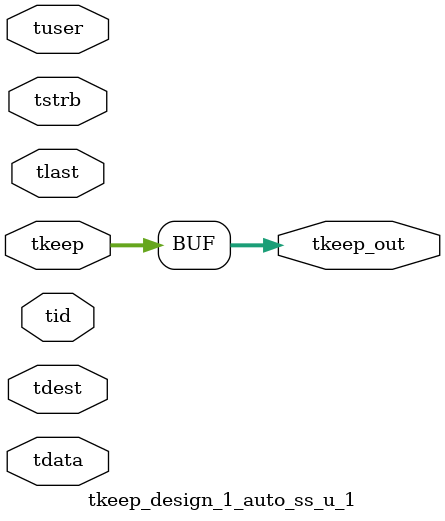
<source format=v>


`timescale 1ps/1ps

module tkeep_design_1_auto_ss_u_1 #
(
parameter C_S_AXIS_TDATA_WIDTH = 32,
parameter C_S_AXIS_TUSER_WIDTH = 0,
parameter C_S_AXIS_TID_WIDTH   = 0,
parameter C_S_AXIS_TDEST_WIDTH = 0,
parameter C_M_AXIS_TDATA_WIDTH = 32
)
(
input  [(C_S_AXIS_TDATA_WIDTH == 0 ? 1 : C_S_AXIS_TDATA_WIDTH)-1:0     ] tdata,
input  [(C_S_AXIS_TUSER_WIDTH == 0 ? 1 : C_S_AXIS_TUSER_WIDTH)-1:0     ] tuser,
input  [(C_S_AXIS_TID_WIDTH   == 0 ? 1 : C_S_AXIS_TID_WIDTH)-1:0       ] tid,
input  [(C_S_AXIS_TDEST_WIDTH == 0 ? 1 : C_S_AXIS_TDEST_WIDTH)-1:0     ] tdest,
input  [(C_S_AXIS_TDATA_WIDTH/8)-1:0 ] tkeep,
input  [(C_S_AXIS_TDATA_WIDTH/8)-1:0 ] tstrb,
input                                                                    tlast,
output [(C_M_AXIS_TDATA_WIDTH/8)-1:0 ] tkeep_out
);

assign tkeep_out = {tkeep[7:0]};

endmodule


</source>
